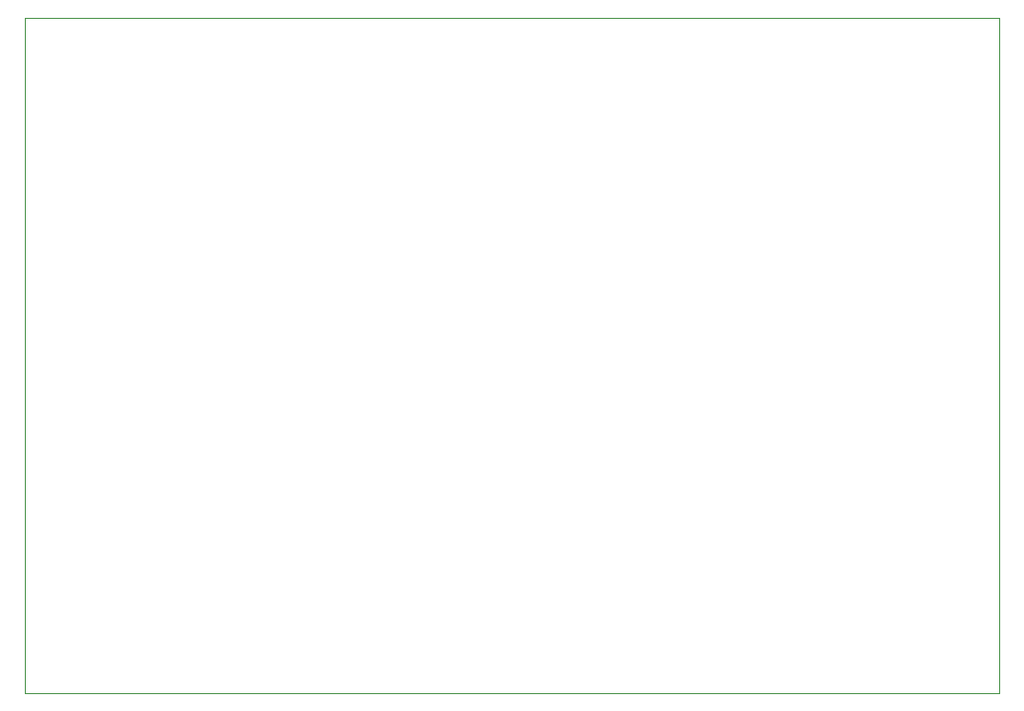
<source format=gm1>
G04 #@! TF.GenerationSoftware,KiCad,Pcbnew,8.0.3*
G04 #@! TF.CreationDate,2024-07-30T18:49:54+02:00*
G04 #@! TF.ProjectId,CODEC Dev Board,434f4445-4320-4446-9576-20426f617264,rev?*
G04 #@! TF.SameCoordinates,Original*
G04 #@! TF.FileFunction,Profile,NP*
%FSLAX46Y46*%
G04 Gerber Fmt 4.6, Leading zero omitted, Abs format (unit mm)*
G04 Created by KiCad (PCBNEW 8.0.3) date 2024-07-30 18:49:54*
%MOMM*%
%LPD*%
G01*
G04 APERTURE LIST*
G04 #@! TA.AperFunction,Profile*
%ADD10C,0.100000*%
G04 #@! TD*
G04 APERTURE END LIST*
D10*
X88900000Y-77629000D02*
X171958000Y-77629000D01*
X171958000Y-135255000D01*
X88900000Y-135255000D01*
X88900000Y-77629000D01*
M02*

</source>
